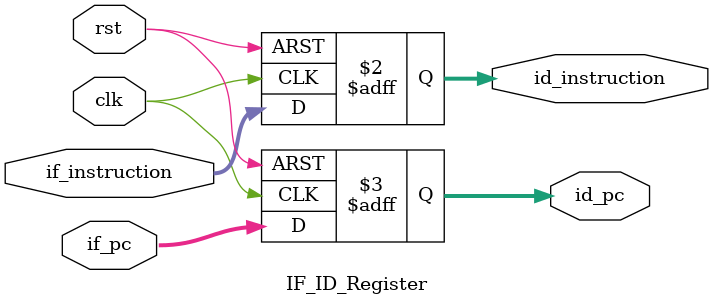
<source format=sv>
`timescale 1ns / 1ps

module IF_ID_Register(
        input wire          clk,
        input wire          rst,
        input wire[31:0]    if_instruction,
        input wire[31:0]    if_pc,
        output reg[31:0]    id_instruction,
        output reg[31:0]    id_pc
    );
    
    always @(posedge clk or posedge rst) begin
        if(rst) begin
            id_instruction = 32'h00000000;      // add x0, x0, x0, ==nop
            id_pc = 32'h00000000;
        end
        else begin
            id_instruction = if_instruction;
            id_pc = if_pc;
        end
    end
    
endmodule

</source>
